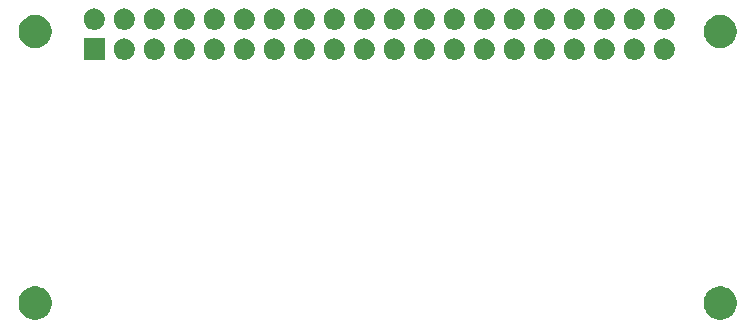
<source format=gbr>
G04 #@! TF.GenerationSoftware,KiCad,Pcbnew,(5.1.5)-3*
G04 #@! TF.CreationDate,2023-01-26T09:30:51+09:00*
G04 #@! TF.ProjectId,raspberrypi_zerow_uhat,72617370-6265-4727-9279-70695f7a6572,1.0*
G04 #@! TF.SameCoordinates,Original*
G04 #@! TF.FileFunction,Soldermask,Bot*
G04 #@! TF.FilePolarity,Negative*
%FSLAX46Y46*%
G04 Gerber Fmt 4.6, Leading zero omitted, Abs format (unit mm)*
G04 Created by KiCad (PCBNEW (5.1.5)-3) date 2023-01-26 09:30:51*
%MOMM*%
%LPD*%
G04 APERTURE LIST*
%ADD10C,0.100000*%
G04 APERTURE END LIST*
D10*
G36*
X179350433Y-116202893D02*
G01*
X179440657Y-116220839D01*
X179546267Y-116264585D01*
X179695621Y-116326449D01*
X179695622Y-116326450D01*
X179925086Y-116479772D01*
X180120228Y-116674914D01*
X180222675Y-116828237D01*
X180273551Y-116904379D01*
X180379161Y-117159344D01*
X180433000Y-117430012D01*
X180433000Y-117705988D01*
X180379161Y-117976656D01*
X180273551Y-118231621D01*
X180273550Y-118231622D01*
X180120228Y-118461086D01*
X179925086Y-118656228D01*
X179771763Y-118758675D01*
X179695621Y-118809551D01*
X179546267Y-118871415D01*
X179440657Y-118915161D01*
X179350433Y-118933107D01*
X179169988Y-118969000D01*
X178894012Y-118969000D01*
X178713567Y-118933107D01*
X178623343Y-118915161D01*
X178517733Y-118871415D01*
X178368379Y-118809551D01*
X178292237Y-118758675D01*
X178138914Y-118656228D01*
X177943772Y-118461086D01*
X177790450Y-118231622D01*
X177790449Y-118231621D01*
X177684839Y-117976656D01*
X177631000Y-117705988D01*
X177631000Y-117430012D01*
X177684839Y-117159344D01*
X177790449Y-116904379D01*
X177841325Y-116828237D01*
X177943772Y-116674914D01*
X178138914Y-116479772D01*
X178368378Y-116326450D01*
X178368379Y-116326449D01*
X178517733Y-116264585D01*
X178623343Y-116220839D01*
X178713567Y-116202893D01*
X178894012Y-116167000D01*
X179169988Y-116167000D01*
X179350433Y-116202893D01*
G37*
G36*
X121350433Y-116202893D02*
G01*
X121440657Y-116220839D01*
X121546267Y-116264585D01*
X121695621Y-116326449D01*
X121695622Y-116326450D01*
X121925086Y-116479772D01*
X122120228Y-116674914D01*
X122222675Y-116828237D01*
X122273551Y-116904379D01*
X122379161Y-117159344D01*
X122433000Y-117430012D01*
X122433000Y-117705988D01*
X122379161Y-117976656D01*
X122273551Y-118231621D01*
X122273550Y-118231622D01*
X122120228Y-118461086D01*
X121925086Y-118656228D01*
X121771763Y-118758675D01*
X121695621Y-118809551D01*
X121546267Y-118871415D01*
X121440657Y-118915161D01*
X121350433Y-118933107D01*
X121169988Y-118969000D01*
X120894012Y-118969000D01*
X120713567Y-118933107D01*
X120623343Y-118915161D01*
X120517733Y-118871415D01*
X120368379Y-118809551D01*
X120292237Y-118758675D01*
X120138914Y-118656228D01*
X119943772Y-118461086D01*
X119790450Y-118231622D01*
X119790449Y-118231621D01*
X119684839Y-117976656D01*
X119631000Y-117705988D01*
X119631000Y-117430012D01*
X119684839Y-117159344D01*
X119790449Y-116904379D01*
X119841325Y-116828237D01*
X119943772Y-116674914D01*
X120138914Y-116479772D01*
X120368378Y-116326450D01*
X120368379Y-116326449D01*
X120517733Y-116264585D01*
X120623343Y-116220839D01*
X120713567Y-116202893D01*
X120894012Y-116167000D01*
X121169988Y-116167000D01*
X121350433Y-116202893D01*
G37*
G36*
X174405512Y-95171927D02*
G01*
X174554812Y-95201624D01*
X174718784Y-95269544D01*
X174866354Y-95368147D01*
X174991853Y-95493646D01*
X175090456Y-95641216D01*
X175158376Y-95805188D01*
X175180250Y-95915161D01*
X175190960Y-95969000D01*
X175193000Y-95979259D01*
X175193000Y-96156741D01*
X175158376Y-96330812D01*
X175090456Y-96494784D01*
X174991853Y-96642354D01*
X174866354Y-96767853D01*
X174718784Y-96866456D01*
X174554812Y-96934376D01*
X174405512Y-96964073D01*
X174380742Y-96969000D01*
X174203258Y-96969000D01*
X174178488Y-96964073D01*
X174029188Y-96934376D01*
X173865216Y-96866456D01*
X173717646Y-96767853D01*
X173592147Y-96642354D01*
X173493544Y-96494784D01*
X173425624Y-96330812D01*
X173391000Y-96156741D01*
X173391000Y-95979259D01*
X173393041Y-95969000D01*
X173403750Y-95915161D01*
X173425624Y-95805188D01*
X173493544Y-95641216D01*
X173592147Y-95493646D01*
X173717646Y-95368147D01*
X173865216Y-95269544D01*
X174029188Y-95201624D01*
X174178488Y-95171927D01*
X174203258Y-95167000D01*
X174380742Y-95167000D01*
X174405512Y-95171927D01*
G37*
G36*
X126933000Y-96969000D02*
G01*
X125131000Y-96969000D01*
X125131000Y-95167000D01*
X126933000Y-95167000D01*
X126933000Y-96969000D01*
G37*
G36*
X128685512Y-95171927D02*
G01*
X128834812Y-95201624D01*
X128998784Y-95269544D01*
X129146354Y-95368147D01*
X129271853Y-95493646D01*
X129370456Y-95641216D01*
X129438376Y-95805188D01*
X129460250Y-95915161D01*
X129470960Y-95969000D01*
X129473000Y-95979259D01*
X129473000Y-96156741D01*
X129438376Y-96330812D01*
X129370456Y-96494784D01*
X129271853Y-96642354D01*
X129146354Y-96767853D01*
X128998784Y-96866456D01*
X128834812Y-96934376D01*
X128685512Y-96964073D01*
X128660742Y-96969000D01*
X128483258Y-96969000D01*
X128458488Y-96964073D01*
X128309188Y-96934376D01*
X128145216Y-96866456D01*
X127997646Y-96767853D01*
X127872147Y-96642354D01*
X127773544Y-96494784D01*
X127705624Y-96330812D01*
X127671000Y-96156741D01*
X127671000Y-95979259D01*
X127673041Y-95969000D01*
X127683750Y-95915161D01*
X127705624Y-95805188D01*
X127773544Y-95641216D01*
X127872147Y-95493646D01*
X127997646Y-95368147D01*
X128145216Y-95269544D01*
X128309188Y-95201624D01*
X128458488Y-95171927D01*
X128483258Y-95167000D01*
X128660742Y-95167000D01*
X128685512Y-95171927D01*
G37*
G36*
X131225512Y-95171927D02*
G01*
X131374812Y-95201624D01*
X131538784Y-95269544D01*
X131686354Y-95368147D01*
X131811853Y-95493646D01*
X131910456Y-95641216D01*
X131978376Y-95805188D01*
X132000250Y-95915161D01*
X132010960Y-95969000D01*
X132013000Y-95979259D01*
X132013000Y-96156741D01*
X131978376Y-96330812D01*
X131910456Y-96494784D01*
X131811853Y-96642354D01*
X131686354Y-96767853D01*
X131538784Y-96866456D01*
X131374812Y-96934376D01*
X131225512Y-96964073D01*
X131200742Y-96969000D01*
X131023258Y-96969000D01*
X130998488Y-96964073D01*
X130849188Y-96934376D01*
X130685216Y-96866456D01*
X130537646Y-96767853D01*
X130412147Y-96642354D01*
X130313544Y-96494784D01*
X130245624Y-96330812D01*
X130211000Y-96156741D01*
X130211000Y-95979259D01*
X130213041Y-95969000D01*
X130223750Y-95915161D01*
X130245624Y-95805188D01*
X130313544Y-95641216D01*
X130412147Y-95493646D01*
X130537646Y-95368147D01*
X130685216Y-95269544D01*
X130849188Y-95201624D01*
X130998488Y-95171927D01*
X131023258Y-95167000D01*
X131200742Y-95167000D01*
X131225512Y-95171927D01*
G37*
G36*
X133765512Y-95171927D02*
G01*
X133914812Y-95201624D01*
X134078784Y-95269544D01*
X134226354Y-95368147D01*
X134351853Y-95493646D01*
X134450456Y-95641216D01*
X134518376Y-95805188D01*
X134540250Y-95915161D01*
X134550960Y-95969000D01*
X134553000Y-95979259D01*
X134553000Y-96156741D01*
X134518376Y-96330812D01*
X134450456Y-96494784D01*
X134351853Y-96642354D01*
X134226354Y-96767853D01*
X134078784Y-96866456D01*
X133914812Y-96934376D01*
X133765512Y-96964073D01*
X133740742Y-96969000D01*
X133563258Y-96969000D01*
X133538488Y-96964073D01*
X133389188Y-96934376D01*
X133225216Y-96866456D01*
X133077646Y-96767853D01*
X132952147Y-96642354D01*
X132853544Y-96494784D01*
X132785624Y-96330812D01*
X132751000Y-96156741D01*
X132751000Y-95979259D01*
X132753041Y-95969000D01*
X132763750Y-95915161D01*
X132785624Y-95805188D01*
X132853544Y-95641216D01*
X132952147Y-95493646D01*
X133077646Y-95368147D01*
X133225216Y-95269544D01*
X133389188Y-95201624D01*
X133538488Y-95171927D01*
X133563258Y-95167000D01*
X133740742Y-95167000D01*
X133765512Y-95171927D01*
G37*
G36*
X136305512Y-95171927D02*
G01*
X136454812Y-95201624D01*
X136618784Y-95269544D01*
X136766354Y-95368147D01*
X136891853Y-95493646D01*
X136990456Y-95641216D01*
X137058376Y-95805188D01*
X137080250Y-95915161D01*
X137090960Y-95969000D01*
X137093000Y-95979259D01*
X137093000Y-96156741D01*
X137058376Y-96330812D01*
X136990456Y-96494784D01*
X136891853Y-96642354D01*
X136766354Y-96767853D01*
X136618784Y-96866456D01*
X136454812Y-96934376D01*
X136305512Y-96964073D01*
X136280742Y-96969000D01*
X136103258Y-96969000D01*
X136078488Y-96964073D01*
X135929188Y-96934376D01*
X135765216Y-96866456D01*
X135617646Y-96767853D01*
X135492147Y-96642354D01*
X135393544Y-96494784D01*
X135325624Y-96330812D01*
X135291000Y-96156741D01*
X135291000Y-95979259D01*
X135293041Y-95969000D01*
X135303750Y-95915161D01*
X135325624Y-95805188D01*
X135393544Y-95641216D01*
X135492147Y-95493646D01*
X135617646Y-95368147D01*
X135765216Y-95269544D01*
X135929188Y-95201624D01*
X136078488Y-95171927D01*
X136103258Y-95167000D01*
X136280742Y-95167000D01*
X136305512Y-95171927D01*
G37*
G36*
X138845512Y-95171927D02*
G01*
X138994812Y-95201624D01*
X139158784Y-95269544D01*
X139306354Y-95368147D01*
X139431853Y-95493646D01*
X139530456Y-95641216D01*
X139598376Y-95805188D01*
X139620250Y-95915161D01*
X139630960Y-95969000D01*
X139633000Y-95979259D01*
X139633000Y-96156741D01*
X139598376Y-96330812D01*
X139530456Y-96494784D01*
X139431853Y-96642354D01*
X139306354Y-96767853D01*
X139158784Y-96866456D01*
X138994812Y-96934376D01*
X138845512Y-96964073D01*
X138820742Y-96969000D01*
X138643258Y-96969000D01*
X138618488Y-96964073D01*
X138469188Y-96934376D01*
X138305216Y-96866456D01*
X138157646Y-96767853D01*
X138032147Y-96642354D01*
X137933544Y-96494784D01*
X137865624Y-96330812D01*
X137831000Y-96156741D01*
X137831000Y-95979259D01*
X137833041Y-95969000D01*
X137843750Y-95915161D01*
X137865624Y-95805188D01*
X137933544Y-95641216D01*
X138032147Y-95493646D01*
X138157646Y-95368147D01*
X138305216Y-95269544D01*
X138469188Y-95201624D01*
X138618488Y-95171927D01*
X138643258Y-95167000D01*
X138820742Y-95167000D01*
X138845512Y-95171927D01*
G37*
G36*
X141385512Y-95171927D02*
G01*
X141534812Y-95201624D01*
X141698784Y-95269544D01*
X141846354Y-95368147D01*
X141971853Y-95493646D01*
X142070456Y-95641216D01*
X142138376Y-95805188D01*
X142160250Y-95915161D01*
X142170960Y-95969000D01*
X142173000Y-95979259D01*
X142173000Y-96156741D01*
X142138376Y-96330812D01*
X142070456Y-96494784D01*
X141971853Y-96642354D01*
X141846354Y-96767853D01*
X141698784Y-96866456D01*
X141534812Y-96934376D01*
X141385512Y-96964073D01*
X141360742Y-96969000D01*
X141183258Y-96969000D01*
X141158488Y-96964073D01*
X141009188Y-96934376D01*
X140845216Y-96866456D01*
X140697646Y-96767853D01*
X140572147Y-96642354D01*
X140473544Y-96494784D01*
X140405624Y-96330812D01*
X140371000Y-96156741D01*
X140371000Y-95979259D01*
X140373041Y-95969000D01*
X140383750Y-95915161D01*
X140405624Y-95805188D01*
X140473544Y-95641216D01*
X140572147Y-95493646D01*
X140697646Y-95368147D01*
X140845216Y-95269544D01*
X141009188Y-95201624D01*
X141158488Y-95171927D01*
X141183258Y-95167000D01*
X141360742Y-95167000D01*
X141385512Y-95171927D01*
G37*
G36*
X143925512Y-95171927D02*
G01*
X144074812Y-95201624D01*
X144238784Y-95269544D01*
X144386354Y-95368147D01*
X144511853Y-95493646D01*
X144610456Y-95641216D01*
X144678376Y-95805188D01*
X144700250Y-95915161D01*
X144710960Y-95969000D01*
X144713000Y-95979259D01*
X144713000Y-96156741D01*
X144678376Y-96330812D01*
X144610456Y-96494784D01*
X144511853Y-96642354D01*
X144386354Y-96767853D01*
X144238784Y-96866456D01*
X144074812Y-96934376D01*
X143925512Y-96964073D01*
X143900742Y-96969000D01*
X143723258Y-96969000D01*
X143698488Y-96964073D01*
X143549188Y-96934376D01*
X143385216Y-96866456D01*
X143237646Y-96767853D01*
X143112147Y-96642354D01*
X143013544Y-96494784D01*
X142945624Y-96330812D01*
X142911000Y-96156741D01*
X142911000Y-95979259D01*
X142913041Y-95969000D01*
X142923750Y-95915161D01*
X142945624Y-95805188D01*
X143013544Y-95641216D01*
X143112147Y-95493646D01*
X143237646Y-95368147D01*
X143385216Y-95269544D01*
X143549188Y-95201624D01*
X143698488Y-95171927D01*
X143723258Y-95167000D01*
X143900742Y-95167000D01*
X143925512Y-95171927D01*
G37*
G36*
X146465512Y-95171927D02*
G01*
X146614812Y-95201624D01*
X146778784Y-95269544D01*
X146926354Y-95368147D01*
X147051853Y-95493646D01*
X147150456Y-95641216D01*
X147218376Y-95805188D01*
X147240250Y-95915161D01*
X147250960Y-95969000D01*
X147253000Y-95979259D01*
X147253000Y-96156741D01*
X147218376Y-96330812D01*
X147150456Y-96494784D01*
X147051853Y-96642354D01*
X146926354Y-96767853D01*
X146778784Y-96866456D01*
X146614812Y-96934376D01*
X146465512Y-96964073D01*
X146440742Y-96969000D01*
X146263258Y-96969000D01*
X146238488Y-96964073D01*
X146089188Y-96934376D01*
X145925216Y-96866456D01*
X145777646Y-96767853D01*
X145652147Y-96642354D01*
X145553544Y-96494784D01*
X145485624Y-96330812D01*
X145451000Y-96156741D01*
X145451000Y-95979259D01*
X145453041Y-95969000D01*
X145463750Y-95915161D01*
X145485624Y-95805188D01*
X145553544Y-95641216D01*
X145652147Y-95493646D01*
X145777646Y-95368147D01*
X145925216Y-95269544D01*
X146089188Y-95201624D01*
X146238488Y-95171927D01*
X146263258Y-95167000D01*
X146440742Y-95167000D01*
X146465512Y-95171927D01*
G37*
G36*
X149005512Y-95171927D02*
G01*
X149154812Y-95201624D01*
X149318784Y-95269544D01*
X149466354Y-95368147D01*
X149591853Y-95493646D01*
X149690456Y-95641216D01*
X149758376Y-95805188D01*
X149780250Y-95915161D01*
X149790960Y-95969000D01*
X149793000Y-95979259D01*
X149793000Y-96156741D01*
X149758376Y-96330812D01*
X149690456Y-96494784D01*
X149591853Y-96642354D01*
X149466354Y-96767853D01*
X149318784Y-96866456D01*
X149154812Y-96934376D01*
X149005512Y-96964073D01*
X148980742Y-96969000D01*
X148803258Y-96969000D01*
X148778488Y-96964073D01*
X148629188Y-96934376D01*
X148465216Y-96866456D01*
X148317646Y-96767853D01*
X148192147Y-96642354D01*
X148093544Y-96494784D01*
X148025624Y-96330812D01*
X147991000Y-96156741D01*
X147991000Y-95979259D01*
X147993041Y-95969000D01*
X148003750Y-95915161D01*
X148025624Y-95805188D01*
X148093544Y-95641216D01*
X148192147Y-95493646D01*
X148317646Y-95368147D01*
X148465216Y-95269544D01*
X148629188Y-95201624D01*
X148778488Y-95171927D01*
X148803258Y-95167000D01*
X148980742Y-95167000D01*
X149005512Y-95171927D01*
G37*
G36*
X151545512Y-95171927D02*
G01*
X151694812Y-95201624D01*
X151858784Y-95269544D01*
X152006354Y-95368147D01*
X152131853Y-95493646D01*
X152230456Y-95641216D01*
X152298376Y-95805188D01*
X152320250Y-95915161D01*
X152330960Y-95969000D01*
X152333000Y-95979259D01*
X152333000Y-96156741D01*
X152298376Y-96330812D01*
X152230456Y-96494784D01*
X152131853Y-96642354D01*
X152006354Y-96767853D01*
X151858784Y-96866456D01*
X151694812Y-96934376D01*
X151545512Y-96964073D01*
X151520742Y-96969000D01*
X151343258Y-96969000D01*
X151318488Y-96964073D01*
X151169188Y-96934376D01*
X151005216Y-96866456D01*
X150857646Y-96767853D01*
X150732147Y-96642354D01*
X150633544Y-96494784D01*
X150565624Y-96330812D01*
X150531000Y-96156741D01*
X150531000Y-95979259D01*
X150533041Y-95969000D01*
X150543750Y-95915161D01*
X150565624Y-95805188D01*
X150633544Y-95641216D01*
X150732147Y-95493646D01*
X150857646Y-95368147D01*
X151005216Y-95269544D01*
X151169188Y-95201624D01*
X151318488Y-95171927D01*
X151343258Y-95167000D01*
X151520742Y-95167000D01*
X151545512Y-95171927D01*
G37*
G36*
X154085512Y-95171927D02*
G01*
X154234812Y-95201624D01*
X154398784Y-95269544D01*
X154546354Y-95368147D01*
X154671853Y-95493646D01*
X154770456Y-95641216D01*
X154838376Y-95805188D01*
X154860250Y-95915161D01*
X154870960Y-95969000D01*
X154873000Y-95979259D01*
X154873000Y-96156741D01*
X154838376Y-96330812D01*
X154770456Y-96494784D01*
X154671853Y-96642354D01*
X154546354Y-96767853D01*
X154398784Y-96866456D01*
X154234812Y-96934376D01*
X154085512Y-96964073D01*
X154060742Y-96969000D01*
X153883258Y-96969000D01*
X153858488Y-96964073D01*
X153709188Y-96934376D01*
X153545216Y-96866456D01*
X153397646Y-96767853D01*
X153272147Y-96642354D01*
X153173544Y-96494784D01*
X153105624Y-96330812D01*
X153071000Y-96156741D01*
X153071000Y-95979259D01*
X153073041Y-95969000D01*
X153083750Y-95915161D01*
X153105624Y-95805188D01*
X153173544Y-95641216D01*
X153272147Y-95493646D01*
X153397646Y-95368147D01*
X153545216Y-95269544D01*
X153709188Y-95201624D01*
X153858488Y-95171927D01*
X153883258Y-95167000D01*
X154060742Y-95167000D01*
X154085512Y-95171927D01*
G37*
G36*
X156625512Y-95171927D02*
G01*
X156774812Y-95201624D01*
X156938784Y-95269544D01*
X157086354Y-95368147D01*
X157211853Y-95493646D01*
X157310456Y-95641216D01*
X157378376Y-95805188D01*
X157400250Y-95915161D01*
X157410960Y-95969000D01*
X157413000Y-95979259D01*
X157413000Y-96156741D01*
X157378376Y-96330812D01*
X157310456Y-96494784D01*
X157211853Y-96642354D01*
X157086354Y-96767853D01*
X156938784Y-96866456D01*
X156774812Y-96934376D01*
X156625512Y-96964073D01*
X156600742Y-96969000D01*
X156423258Y-96969000D01*
X156398488Y-96964073D01*
X156249188Y-96934376D01*
X156085216Y-96866456D01*
X155937646Y-96767853D01*
X155812147Y-96642354D01*
X155713544Y-96494784D01*
X155645624Y-96330812D01*
X155611000Y-96156741D01*
X155611000Y-95979259D01*
X155613041Y-95969000D01*
X155623750Y-95915161D01*
X155645624Y-95805188D01*
X155713544Y-95641216D01*
X155812147Y-95493646D01*
X155937646Y-95368147D01*
X156085216Y-95269544D01*
X156249188Y-95201624D01*
X156398488Y-95171927D01*
X156423258Y-95167000D01*
X156600742Y-95167000D01*
X156625512Y-95171927D01*
G37*
G36*
X159165512Y-95171927D02*
G01*
X159314812Y-95201624D01*
X159478784Y-95269544D01*
X159626354Y-95368147D01*
X159751853Y-95493646D01*
X159850456Y-95641216D01*
X159918376Y-95805188D01*
X159940250Y-95915161D01*
X159950960Y-95969000D01*
X159953000Y-95979259D01*
X159953000Y-96156741D01*
X159918376Y-96330812D01*
X159850456Y-96494784D01*
X159751853Y-96642354D01*
X159626354Y-96767853D01*
X159478784Y-96866456D01*
X159314812Y-96934376D01*
X159165512Y-96964073D01*
X159140742Y-96969000D01*
X158963258Y-96969000D01*
X158938488Y-96964073D01*
X158789188Y-96934376D01*
X158625216Y-96866456D01*
X158477646Y-96767853D01*
X158352147Y-96642354D01*
X158253544Y-96494784D01*
X158185624Y-96330812D01*
X158151000Y-96156741D01*
X158151000Y-95979259D01*
X158153041Y-95969000D01*
X158163750Y-95915161D01*
X158185624Y-95805188D01*
X158253544Y-95641216D01*
X158352147Y-95493646D01*
X158477646Y-95368147D01*
X158625216Y-95269544D01*
X158789188Y-95201624D01*
X158938488Y-95171927D01*
X158963258Y-95167000D01*
X159140742Y-95167000D01*
X159165512Y-95171927D01*
G37*
G36*
X161705512Y-95171927D02*
G01*
X161854812Y-95201624D01*
X162018784Y-95269544D01*
X162166354Y-95368147D01*
X162291853Y-95493646D01*
X162390456Y-95641216D01*
X162458376Y-95805188D01*
X162480250Y-95915161D01*
X162490960Y-95969000D01*
X162493000Y-95979259D01*
X162493000Y-96156741D01*
X162458376Y-96330812D01*
X162390456Y-96494784D01*
X162291853Y-96642354D01*
X162166354Y-96767853D01*
X162018784Y-96866456D01*
X161854812Y-96934376D01*
X161705512Y-96964073D01*
X161680742Y-96969000D01*
X161503258Y-96969000D01*
X161478488Y-96964073D01*
X161329188Y-96934376D01*
X161165216Y-96866456D01*
X161017646Y-96767853D01*
X160892147Y-96642354D01*
X160793544Y-96494784D01*
X160725624Y-96330812D01*
X160691000Y-96156741D01*
X160691000Y-95979259D01*
X160693041Y-95969000D01*
X160703750Y-95915161D01*
X160725624Y-95805188D01*
X160793544Y-95641216D01*
X160892147Y-95493646D01*
X161017646Y-95368147D01*
X161165216Y-95269544D01*
X161329188Y-95201624D01*
X161478488Y-95171927D01*
X161503258Y-95167000D01*
X161680742Y-95167000D01*
X161705512Y-95171927D01*
G37*
G36*
X164245512Y-95171927D02*
G01*
X164394812Y-95201624D01*
X164558784Y-95269544D01*
X164706354Y-95368147D01*
X164831853Y-95493646D01*
X164930456Y-95641216D01*
X164998376Y-95805188D01*
X165020250Y-95915161D01*
X165030960Y-95969000D01*
X165033000Y-95979259D01*
X165033000Y-96156741D01*
X164998376Y-96330812D01*
X164930456Y-96494784D01*
X164831853Y-96642354D01*
X164706354Y-96767853D01*
X164558784Y-96866456D01*
X164394812Y-96934376D01*
X164245512Y-96964073D01*
X164220742Y-96969000D01*
X164043258Y-96969000D01*
X164018488Y-96964073D01*
X163869188Y-96934376D01*
X163705216Y-96866456D01*
X163557646Y-96767853D01*
X163432147Y-96642354D01*
X163333544Y-96494784D01*
X163265624Y-96330812D01*
X163231000Y-96156741D01*
X163231000Y-95979259D01*
X163233041Y-95969000D01*
X163243750Y-95915161D01*
X163265624Y-95805188D01*
X163333544Y-95641216D01*
X163432147Y-95493646D01*
X163557646Y-95368147D01*
X163705216Y-95269544D01*
X163869188Y-95201624D01*
X164018488Y-95171927D01*
X164043258Y-95167000D01*
X164220742Y-95167000D01*
X164245512Y-95171927D01*
G37*
G36*
X166785512Y-95171927D02*
G01*
X166934812Y-95201624D01*
X167098784Y-95269544D01*
X167246354Y-95368147D01*
X167371853Y-95493646D01*
X167470456Y-95641216D01*
X167538376Y-95805188D01*
X167560250Y-95915161D01*
X167570960Y-95969000D01*
X167573000Y-95979259D01*
X167573000Y-96156741D01*
X167538376Y-96330812D01*
X167470456Y-96494784D01*
X167371853Y-96642354D01*
X167246354Y-96767853D01*
X167098784Y-96866456D01*
X166934812Y-96934376D01*
X166785512Y-96964073D01*
X166760742Y-96969000D01*
X166583258Y-96969000D01*
X166558488Y-96964073D01*
X166409188Y-96934376D01*
X166245216Y-96866456D01*
X166097646Y-96767853D01*
X165972147Y-96642354D01*
X165873544Y-96494784D01*
X165805624Y-96330812D01*
X165771000Y-96156741D01*
X165771000Y-95979259D01*
X165773041Y-95969000D01*
X165783750Y-95915161D01*
X165805624Y-95805188D01*
X165873544Y-95641216D01*
X165972147Y-95493646D01*
X166097646Y-95368147D01*
X166245216Y-95269544D01*
X166409188Y-95201624D01*
X166558488Y-95171927D01*
X166583258Y-95167000D01*
X166760742Y-95167000D01*
X166785512Y-95171927D01*
G37*
G36*
X169325512Y-95171927D02*
G01*
X169474812Y-95201624D01*
X169638784Y-95269544D01*
X169786354Y-95368147D01*
X169911853Y-95493646D01*
X170010456Y-95641216D01*
X170078376Y-95805188D01*
X170100250Y-95915161D01*
X170110960Y-95969000D01*
X170113000Y-95979259D01*
X170113000Y-96156741D01*
X170078376Y-96330812D01*
X170010456Y-96494784D01*
X169911853Y-96642354D01*
X169786354Y-96767853D01*
X169638784Y-96866456D01*
X169474812Y-96934376D01*
X169325512Y-96964073D01*
X169300742Y-96969000D01*
X169123258Y-96969000D01*
X169098488Y-96964073D01*
X168949188Y-96934376D01*
X168785216Y-96866456D01*
X168637646Y-96767853D01*
X168512147Y-96642354D01*
X168413544Y-96494784D01*
X168345624Y-96330812D01*
X168311000Y-96156741D01*
X168311000Y-95979259D01*
X168313041Y-95969000D01*
X168323750Y-95915161D01*
X168345624Y-95805188D01*
X168413544Y-95641216D01*
X168512147Y-95493646D01*
X168637646Y-95368147D01*
X168785216Y-95269544D01*
X168949188Y-95201624D01*
X169098488Y-95171927D01*
X169123258Y-95167000D01*
X169300742Y-95167000D01*
X169325512Y-95171927D01*
G37*
G36*
X171865512Y-95171927D02*
G01*
X172014812Y-95201624D01*
X172178784Y-95269544D01*
X172326354Y-95368147D01*
X172451853Y-95493646D01*
X172550456Y-95641216D01*
X172618376Y-95805188D01*
X172640250Y-95915161D01*
X172650960Y-95969000D01*
X172653000Y-95979259D01*
X172653000Y-96156741D01*
X172618376Y-96330812D01*
X172550456Y-96494784D01*
X172451853Y-96642354D01*
X172326354Y-96767853D01*
X172178784Y-96866456D01*
X172014812Y-96934376D01*
X171865512Y-96964073D01*
X171840742Y-96969000D01*
X171663258Y-96969000D01*
X171638488Y-96964073D01*
X171489188Y-96934376D01*
X171325216Y-96866456D01*
X171177646Y-96767853D01*
X171052147Y-96642354D01*
X170953544Y-96494784D01*
X170885624Y-96330812D01*
X170851000Y-96156741D01*
X170851000Y-95979259D01*
X170853041Y-95969000D01*
X170863750Y-95915161D01*
X170885624Y-95805188D01*
X170953544Y-95641216D01*
X171052147Y-95493646D01*
X171177646Y-95368147D01*
X171325216Y-95269544D01*
X171489188Y-95201624D01*
X171638488Y-95171927D01*
X171663258Y-95167000D01*
X171840742Y-95167000D01*
X171865512Y-95171927D01*
G37*
G36*
X179350433Y-93202893D02*
G01*
X179440657Y-93220839D01*
X179546267Y-93264585D01*
X179695621Y-93326449D01*
X179695622Y-93326450D01*
X179925086Y-93479772D01*
X180120228Y-93674914D01*
X180197667Y-93790811D01*
X180273551Y-93904379D01*
X180379161Y-94159344D01*
X180433000Y-94430012D01*
X180433000Y-94705988D01*
X180379161Y-94976656D01*
X180273551Y-95231621D01*
X180222675Y-95307763D01*
X180120228Y-95461086D01*
X179925086Y-95656228D01*
X179771763Y-95758675D01*
X179695621Y-95809551D01*
X179546267Y-95871415D01*
X179440657Y-95915161D01*
X179350433Y-95933107D01*
X179169988Y-95969000D01*
X178894012Y-95969000D01*
X178713567Y-95933107D01*
X178623343Y-95915161D01*
X178517733Y-95871415D01*
X178368379Y-95809551D01*
X178292237Y-95758675D01*
X178138914Y-95656228D01*
X177943772Y-95461086D01*
X177841325Y-95307763D01*
X177790449Y-95231621D01*
X177684839Y-94976656D01*
X177631000Y-94705988D01*
X177631000Y-94430012D01*
X177684839Y-94159344D01*
X177790449Y-93904379D01*
X177866333Y-93790811D01*
X177943772Y-93674914D01*
X178138914Y-93479772D01*
X178368378Y-93326450D01*
X178368379Y-93326449D01*
X178517733Y-93264585D01*
X178623343Y-93220839D01*
X178713567Y-93202893D01*
X178894012Y-93167000D01*
X179169988Y-93167000D01*
X179350433Y-93202893D01*
G37*
G36*
X121350433Y-93202893D02*
G01*
X121440657Y-93220839D01*
X121546267Y-93264585D01*
X121695621Y-93326449D01*
X121695622Y-93326450D01*
X121925086Y-93479772D01*
X122120228Y-93674914D01*
X122197667Y-93790811D01*
X122273551Y-93904379D01*
X122379161Y-94159344D01*
X122433000Y-94430012D01*
X122433000Y-94705988D01*
X122379161Y-94976656D01*
X122273551Y-95231621D01*
X122222675Y-95307763D01*
X122120228Y-95461086D01*
X121925086Y-95656228D01*
X121771763Y-95758675D01*
X121695621Y-95809551D01*
X121546267Y-95871415D01*
X121440657Y-95915161D01*
X121350433Y-95933107D01*
X121169988Y-95969000D01*
X120894012Y-95969000D01*
X120713567Y-95933107D01*
X120623343Y-95915161D01*
X120517733Y-95871415D01*
X120368379Y-95809551D01*
X120292237Y-95758675D01*
X120138914Y-95656228D01*
X119943772Y-95461086D01*
X119841325Y-95307763D01*
X119790449Y-95231621D01*
X119684839Y-94976656D01*
X119631000Y-94705988D01*
X119631000Y-94430012D01*
X119684839Y-94159344D01*
X119790449Y-93904379D01*
X119866333Y-93790811D01*
X119943772Y-93674914D01*
X120138914Y-93479772D01*
X120368378Y-93326450D01*
X120368379Y-93326449D01*
X120517733Y-93264585D01*
X120623343Y-93220839D01*
X120713567Y-93202893D01*
X120894012Y-93167000D01*
X121169988Y-93167000D01*
X121350433Y-93202893D01*
G37*
G36*
X154085512Y-92631927D02*
G01*
X154234812Y-92661624D01*
X154398784Y-92729544D01*
X154546354Y-92828147D01*
X154671853Y-92953646D01*
X154770456Y-93101216D01*
X154838376Y-93265188D01*
X154873000Y-93439259D01*
X154873000Y-93616741D01*
X154838376Y-93790812D01*
X154770456Y-93954784D01*
X154671853Y-94102354D01*
X154546354Y-94227853D01*
X154398784Y-94326456D01*
X154234812Y-94394376D01*
X154085512Y-94424073D01*
X154060742Y-94429000D01*
X153883258Y-94429000D01*
X153858488Y-94424073D01*
X153709188Y-94394376D01*
X153545216Y-94326456D01*
X153397646Y-94227853D01*
X153272147Y-94102354D01*
X153173544Y-93954784D01*
X153105624Y-93790812D01*
X153071000Y-93616741D01*
X153071000Y-93439259D01*
X153105624Y-93265188D01*
X153173544Y-93101216D01*
X153272147Y-92953646D01*
X153397646Y-92828147D01*
X153545216Y-92729544D01*
X153709188Y-92661624D01*
X153858488Y-92631927D01*
X153883258Y-92627000D01*
X154060742Y-92627000D01*
X154085512Y-92631927D01*
G37*
G36*
X174405512Y-92631927D02*
G01*
X174554812Y-92661624D01*
X174718784Y-92729544D01*
X174866354Y-92828147D01*
X174991853Y-92953646D01*
X175090456Y-93101216D01*
X175158376Y-93265188D01*
X175193000Y-93439259D01*
X175193000Y-93616741D01*
X175158376Y-93790812D01*
X175090456Y-93954784D01*
X174991853Y-94102354D01*
X174866354Y-94227853D01*
X174718784Y-94326456D01*
X174554812Y-94394376D01*
X174405512Y-94424073D01*
X174380742Y-94429000D01*
X174203258Y-94429000D01*
X174178488Y-94424073D01*
X174029188Y-94394376D01*
X173865216Y-94326456D01*
X173717646Y-94227853D01*
X173592147Y-94102354D01*
X173493544Y-93954784D01*
X173425624Y-93790812D01*
X173391000Y-93616741D01*
X173391000Y-93439259D01*
X173425624Y-93265188D01*
X173493544Y-93101216D01*
X173592147Y-92953646D01*
X173717646Y-92828147D01*
X173865216Y-92729544D01*
X174029188Y-92661624D01*
X174178488Y-92631927D01*
X174203258Y-92627000D01*
X174380742Y-92627000D01*
X174405512Y-92631927D01*
G37*
G36*
X171865512Y-92631927D02*
G01*
X172014812Y-92661624D01*
X172178784Y-92729544D01*
X172326354Y-92828147D01*
X172451853Y-92953646D01*
X172550456Y-93101216D01*
X172618376Y-93265188D01*
X172653000Y-93439259D01*
X172653000Y-93616741D01*
X172618376Y-93790812D01*
X172550456Y-93954784D01*
X172451853Y-94102354D01*
X172326354Y-94227853D01*
X172178784Y-94326456D01*
X172014812Y-94394376D01*
X171865512Y-94424073D01*
X171840742Y-94429000D01*
X171663258Y-94429000D01*
X171638488Y-94424073D01*
X171489188Y-94394376D01*
X171325216Y-94326456D01*
X171177646Y-94227853D01*
X171052147Y-94102354D01*
X170953544Y-93954784D01*
X170885624Y-93790812D01*
X170851000Y-93616741D01*
X170851000Y-93439259D01*
X170885624Y-93265188D01*
X170953544Y-93101216D01*
X171052147Y-92953646D01*
X171177646Y-92828147D01*
X171325216Y-92729544D01*
X171489188Y-92661624D01*
X171638488Y-92631927D01*
X171663258Y-92627000D01*
X171840742Y-92627000D01*
X171865512Y-92631927D01*
G37*
G36*
X169325512Y-92631927D02*
G01*
X169474812Y-92661624D01*
X169638784Y-92729544D01*
X169786354Y-92828147D01*
X169911853Y-92953646D01*
X170010456Y-93101216D01*
X170078376Y-93265188D01*
X170113000Y-93439259D01*
X170113000Y-93616741D01*
X170078376Y-93790812D01*
X170010456Y-93954784D01*
X169911853Y-94102354D01*
X169786354Y-94227853D01*
X169638784Y-94326456D01*
X169474812Y-94394376D01*
X169325512Y-94424073D01*
X169300742Y-94429000D01*
X169123258Y-94429000D01*
X169098488Y-94424073D01*
X168949188Y-94394376D01*
X168785216Y-94326456D01*
X168637646Y-94227853D01*
X168512147Y-94102354D01*
X168413544Y-93954784D01*
X168345624Y-93790812D01*
X168311000Y-93616741D01*
X168311000Y-93439259D01*
X168345624Y-93265188D01*
X168413544Y-93101216D01*
X168512147Y-92953646D01*
X168637646Y-92828147D01*
X168785216Y-92729544D01*
X168949188Y-92661624D01*
X169098488Y-92631927D01*
X169123258Y-92627000D01*
X169300742Y-92627000D01*
X169325512Y-92631927D01*
G37*
G36*
X166785512Y-92631927D02*
G01*
X166934812Y-92661624D01*
X167098784Y-92729544D01*
X167246354Y-92828147D01*
X167371853Y-92953646D01*
X167470456Y-93101216D01*
X167538376Y-93265188D01*
X167573000Y-93439259D01*
X167573000Y-93616741D01*
X167538376Y-93790812D01*
X167470456Y-93954784D01*
X167371853Y-94102354D01*
X167246354Y-94227853D01*
X167098784Y-94326456D01*
X166934812Y-94394376D01*
X166785512Y-94424073D01*
X166760742Y-94429000D01*
X166583258Y-94429000D01*
X166558488Y-94424073D01*
X166409188Y-94394376D01*
X166245216Y-94326456D01*
X166097646Y-94227853D01*
X165972147Y-94102354D01*
X165873544Y-93954784D01*
X165805624Y-93790812D01*
X165771000Y-93616741D01*
X165771000Y-93439259D01*
X165805624Y-93265188D01*
X165873544Y-93101216D01*
X165972147Y-92953646D01*
X166097646Y-92828147D01*
X166245216Y-92729544D01*
X166409188Y-92661624D01*
X166558488Y-92631927D01*
X166583258Y-92627000D01*
X166760742Y-92627000D01*
X166785512Y-92631927D01*
G37*
G36*
X164245512Y-92631927D02*
G01*
X164394812Y-92661624D01*
X164558784Y-92729544D01*
X164706354Y-92828147D01*
X164831853Y-92953646D01*
X164930456Y-93101216D01*
X164998376Y-93265188D01*
X165033000Y-93439259D01*
X165033000Y-93616741D01*
X164998376Y-93790812D01*
X164930456Y-93954784D01*
X164831853Y-94102354D01*
X164706354Y-94227853D01*
X164558784Y-94326456D01*
X164394812Y-94394376D01*
X164245512Y-94424073D01*
X164220742Y-94429000D01*
X164043258Y-94429000D01*
X164018488Y-94424073D01*
X163869188Y-94394376D01*
X163705216Y-94326456D01*
X163557646Y-94227853D01*
X163432147Y-94102354D01*
X163333544Y-93954784D01*
X163265624Y-93790812D01*
X163231000Y-93616741D01*
X163231000Y-93439259D01*
X163265624Y-93265188D01*
X163333544Y-93101216D01*
X163432147Y-92953646D01*
X163557646Y-92828147D01*
X163705216Y-92729544D01*
X163869188Y-92661624D01*
X164018488Y-92631927D01*
X164043258Y-92627000D01*
X164220742Y-92627000D01*
X164245512Y-92631927D01*
G37*
G36*
X161705512Y-92631927D02*
G01*
X161854812Y-92661624D01*
X162018784Y-92729544D01*
X162166354Y-92828147D01*
X162291853Y-92953646D01*
X162390456Y-93101216D01*
X162458376Y-93265188D01*
X162493000Y-93439259D01*
X162493000Y-93616741D01*
X162458376Y-93790812D01*
X162390456Y-93954784D01*
X162291853Y-94102354D01*
X162166354Y-94227853D01*
X162018784Y-94326456D01*
X161854812Y-94394376D01*
X161705512Y-94424073D01*
X161680742Y-94429000D01*
X161503258Y-94429000D01*
X161478488Y-94424073D01*
X161329188Y-94394376D01*
X161165216Y-94326456D01*
X161017646Y-94227853D01*
X160892147Y-94102354D01*
X160793544Y-93954784D01*
X160725624Y-93790812D01*
X160691000Y-93616741D01*
X160691000Y-93439259D01*
X160725624Y-93265188D01*
X160793544Y-93101216D01*
X160892147Y-92953646D01*
X161017646Y-92828147D01*
X161165216Y-92729544D01*
X161329188Y-92661624D01*
X161478488Y-92631927D01*
X161503258Y-92627000D01*
X161680742Y-92627000D01*
X161705512Y-92631927D01*
G37*
G36*
X126145512Y-92631927D02*
G01*
X126294812Y-92661624D01*
X126458784Y-92729544D01*
X126606354Y-92828147D01*
X126731853Y-92953646D01*
X126830456Y-93101216D01*
X126898376Y-93265188D01*
X126933000Y-93439259D01*
X126933000Y-93616741D01*
X126898376Y-93790812D01*
X126830456Y-93954784D01*
X126731853Y-94102354D01*
X126606354Y-94227853D01*
X126458784Y-94326456D01*
X126294812Y-94394376D01*
X126145512Y-94424073D01*
X126120742Y-94429000D01*
X125943258Y-94429000D01*
X125918488Y-94424073D01*
X125769188Y-94394376D01*
X125605216Y-94326456D01*
X125457646Y-94227853D01*
X125332147Y-94102354D01*
X125233544Y-93954784D01*
X125165624Y-93790812D01*
X125131000Y-93616741D01*
X125131000Y-93439259D01*
X125165624Y-93265188D01*
X125233544Y-93101216D01*
X125332147Y-92953646D01*
X125457646Y-92828147D01*
X125605216Y-92729544D01*
X125769188Y-92661624D01*
X125918488Y-92631927D01*
X125943258Y-92627000D01*
X126120742Y-92627000D01*
X126145512Y-92631927D01*
G37*
G36*
X159165512Y-92631927D02*
G01*
X159314812Y-92661624D01*
X159478784Y-92729544D01*
X159626354Y-92828147D01*
X159751853Y-92953646D01*
X159850456Y-93101216D01*
X159918376Y-93265188D01*
X159953000Y-93439259D01*
X159953000Y-93616741D01*
X159918376Y-93790812D01*
X159850456Y-93954784D01*
X159751853Y-94102354D01*
X159626354Y-94227853D01*
X159478784Y-94326456D01*
X159314812Y-94394376D01*
X159165512Y-94424073D01*
X159140742Y-94429000D01*
X158963258Y-94429000D01*
X158938488Y-94424073D01*
X158789188Y-94394376D01*
X158625216Y-94326456D01*
X158477646Y-94227853D01*
X158352147Y-94102354D01*
X158253544Y-93954784D01*
X158185624Y-93790812D01*
X158151000Y-93616741D01*
X158151000Y-93439259D01*
X158185624Y-93265188D01*
X158253544Y-93101216D01*
X158352147Y-92953646D01*
X158477646Y-92828147D01*
X158625216Y-92729544D01*
X158789188Y-92661624D01*
X158938488Y-92631927D01*
X158963258Y-92627000D01*
X159140742Y-92627000D01*
X159165512Y-92631927D01*
G37*
G36*
X128685512Y-92631927D02*
G01*
X128834812Y-92661624D01*
X128998784Y-92729544D01*
X129146354Y-92828147D01*
X129271853Y-92953646D01*
X129370456Y-93101216D01*
X129438376Y-93265188D01*
X129473000Y-93439259D01*
X129473000Y-93616741D01*
X129438376Y-93790812D01*
X129370456Y-93954784D01*
X129271853Y-94102354D01*
X129146354Y-94227853D01*
X128998784Y-94326456D01*
X128834812Y-94394376D01*
X128685512Y-94424073D01*
X128660742Y-94429000D01*
X128483258Y-94429000D01*
X128458488Y-94424073D01*
X128309188Y-94394376D01*
X128145216Y-94326456D01*
X127997646Y-94227853D01*
X127872147Y-94102354D01*
X127773544Y-93954784D01*
X127705624Y-93790812D01*
X127671000Y-93616741D01*
X127671000Y-93439259D01*
X127705624Y-93265188D01*
X127773544Y-93101216D01*
X127872147Y-92953646D01*
X127997646Y-92828147D01*
X128145216Y-92729544D01*
X128309188Y-92661624D01*
X128458488Y-92631927D01*
X128483258Y-92627000D01*
X128660742Y-92627000D01*
X128685512Y-92631927D01*
G37*
G36*
X131225512Y-92631927D02*
G01*
X131374812Y-92661624D01*
X131538784Y-92729544D01*
X131686354Y-92828147D01*
X131811853Y-92953646D01*
X131910456Y-93101216D01*
X131978376Y-93265188D01*
X132013000Y-93439259D01*
X132013000Y-93616741D01*
X131978376Y-93790812D01*
X131910456Y-93954784D01*
X131811853Y-94102354D01*
X131686354Y-94227853D01*
X131538784Y-94326456D01*
X131374812Y-94394376D01*
X131225512Y-94424073D01*
X131200742Y-94429000D01*
X131023258Y-94429000D01*
X130998488Y-94424073D01*
X130849188Y-94394376D01*
X130685216Y-94326456D01*
X130537646Y-94227853D01*
X130412147Y-94102354D01*
X130313544Y-93954784D01*
X130245624Y-93790812D01*
X130211000Y-93616741D01*
X130211000Y-93439259D01*
X130245624Y-93265188D01*
X130313544Y-93101216D01*
X130412147Y-92953646D01*
X130537646Y-92828147D01*
X130685216Y-92729544D01*
X130849188Y-92661624D01*
X130998488Y-92631927D01*
X131023258Y-92627000D01*
X131200742Y-92627000D01*
X131225512Y-92631927D01*
G37*
G36*
X133765512Y-92631927D02*
G01*
X133914812Y-92661624D01*
X134078784Y-92729544D01*
X134226354Y-92828147D01*
X134351853Y-92953646D01*
X134450456Y-93101216D01*
X134518376Y-93265188D01*
X134553000Y-93439259D01*
X134553000Y-93616741D01*
X134518376Y-93790812D01*
X134450456Y-93954784D01*
X134351853Y-94102354D01*
X134226354Y-94227853D01*
X134078784Y-94326456D01*
X133914812Y-94394376D01*
X133765512Y-94424073D01*
X133740742Y-94429000D01*
X133563258Y-94429000D01*
X133538488Y-94424073D01*
X133389188Y-94394376D01*
X133225216Y-94326456D01*
X133077646Y-94227853D01*
X132952147Y-94102354D01*
X132853544Y-93954784D01*
X132785624Y-93790812D01*
X132751000Y-93616741D01*
X132751000Y-93439259D01*
X132785624Y-93265188D01*
X132853544Y-93101216D01*
X132952147Y-92953646D01*
X133077646Y-92828147D01*
X133225216Y-92729544D01*
X133389188Y-92661624D01*
X133538488Y-92631927D01*
X133563258Y-92627000D01*
X133740742Y-92627000D01*
X133765512Y-92631927D01*
G37*
G36*
X151545512Y-92631927D02*
G01*
X151694812Y-92661624D01*
X151858784Y-92729544D01*
X152006354Y-92828147D01*
X152131853Y-92953646D01*
X152230456Y-93101216D01*
X152298376Y-93265188D01*
X152333000Y-93439259D01*
X152333000Y-93616741D01*
X152298376Y-93790812D01*
X152230456Y-93954784D01*
X152131853Y-94102354D01*
X152006354Y-94227853D01*
X151858784Y-94326456D01*
X151694812Y-94394376D01*
X151545512Y-94424073D01*
X151520742Y-94429000D01*
X151343258Y-94429000D01*
X151318488Y-94424073D01*
X151169188Y-94394376D01*
X151005216Y-94326456D01*
X150857646Y-94227853D01*
X150732147Y-94102354D01*
X150633544Y-93954784D01*
X150565624Y-93790812D01*
X150531000Y-93616741D01*
X150531000Y-93439259D01*
X150565624Y-93265188D01*
X150633544Y-93101216D01*
X150732147Y-92953646D01*
X150857646Y-92828147D01*
X151005216Y-92729544D01*
X151169188Y-92661624D01*
X151318488Y-92631927D01*
X151343258Y-92627000D01*
X151520742Y-92627000D01*
X151545512Y-92631927D01*
G37*
G36*
X136305512Y-92631927D02*
G01*
X136454812Y-92661624D01*
X136618784Y-92729544D01*
X136766354Y-92828147D01*
X136891853Y-92953646D01*
X136990456Y-93101216D01*
X137058376Y-93265188D01*
X137093000Y-93439259D01*
X137093000Y-93616741D01*
X137058376Y-93790812D01*
X136990456Y-93954784D01*
X136891853Y-94102354D01*
X136766354Y-94227853D01*
X136618784Y-94326456D01*
X136454812Y-94394376D01*
X136305512Y-94424073D01*
X136280742Y-94429000D01*
X136103258Y-94429000D01*
X136078488Y-94424073D01*
X135929188Y-94394376D01*
X135765216Y-94326456D01*
X135617646Y-94227853D01*
X135492147Y-94102354D01*
X135393544Y-93954784D01*
X135325624Y-93790812D01*
X135291000Y-93616741D01*
X135291000Y-93439259D01*
X135325624Y-93265188D01*
X135393544Y-93101216D01*
X135492147Y-92953646D01*
X135617646Y-92828147D01*
X135765216Y-92729544D01*
X135929188Y-92661624D01*
X136078488Y-92631927D01*
X136103258Y-92627000D01*
X136280742Y-92627000D01*
X136305512Y-92631927D01*
G37*
G36*
X149005512Y-92631927D02*
G01*
X149154812Y-92661624D01*
X149318784Y-92729544D01*
X149466354Y-92828147D01*
X149591853Y-92953646D01*
X149690456Y-93101216D01*
X149758376Y-93265188D01*
X149793000Y-93439259D01*
X149793000Y-93616741D01*
X149758376Y-93790812D01*
X149690456Y-93954784D01*
X149591853Y-94102354D01*
X149466354Y-94227853D01*
X149318784Y-94326456D01*
X149154812Y-94394376D01*
X149005512Y-94424073D01*
X148980742Y-94429000D01*
X148803258Y-94429000D01*
X148778488Y-94424073D01*
X148629188Y-94394376D01*
X148465216Y-94326456D01*
X148317646Y-94227853D01*
X148192147Y-94102354D01*
X148093544Y-93954784D01*
X148025624Y-93790812D01*
X147991000Y-93616741D01*
X147991000Y-93439259D01*
X148025624Y-93265188D01*
X148093544Y-93101216D01*
X148192147Y-92953646D01*
X148317646Y-92828147D01*
X148465216Y-92729544D01*
X148629188Y-92661624D01*
X148778488Y-92631927D01*
X148803258Y-92627000D01*
X148980742Y-92627000D01*
X149005512Y-92631927D01*
G37*
G36*
X138845512Y-92631927D02*
G01*
X138994812Y-92661624D01*
X139158784Y-92729544D01*
X139306354Y-92828147D01*
X139431853Y-92953646D01*
X139530456Y-93101216D01*
X139598376Y-93265188D01*
X139633000Y-93439259D01*
X139633000Y-93616741D01*
X139598376Y-93790812D01*
X139530456Y-93954784D01*
X139431853Y-94102354D01*
X139306354Y-94227853D01*
X139158784Y-94326456D01*
X138994812Y-94394376D01*
X138845512Y-94424073D01*
X138820742Y-94429000D01*
X138643258Y-94429000D01*
X138618488Y-94424073D01*
X138469188Y-94394376D01*
X138305216Y-94326456D01*
X138157646Y-94227853D01*
X138032147Y-94102354D01*
X137933544Y-93954784D01*
X137865624Y-93790812D01*
X137831000Y-93616741D01*
X137831000Y-93439259D01*
X137865624Y-93265188D01*
X137933544Y-93101216D01*
X138032147Y-92953646D01*
X138157646Y-92828147D01*
X138305216Y-92729544D01*
X138469188Y-92661624D01*
X138618488Y-92631927D01*
X138643258Y-92627000D01*
X138820742Y-92627000D01*
X138845512Y-92631927D01*
G37*
G36*
X146465512Y-92631927D02*
G01*
X146614812Y-92661624D01*
X146778784Y-92729544D01*
X146926354Y-92828147D01*
X147051853Y-92953646D01*
X147150456Y-93101216D01*
X147218376Y-93265188D01*
X147253000Y-93439259D01*
X147253000Y-93616741D01*
X147218376Y-93790812D01*
X147150456Y-93954784D01*
X147051853Y-94102354D01*
X146926354Y-94227853D01*
X146778784Y-94326456D01*
X146614812Y-94394376D01*
X146465512Y-94424073D01*
X146440742Y-94429000D01*
X146263258Y-94429000D01*
X146238488Y-94424073D01*
X146089188Y-94394376D01*
X145925216Y-94326456D01*
X145777646Y-94227853D01*
X145652147Y-94102354D01*
X145553544Y-93954784D01*
X145485624Y-93790812D01*
X145451000Y-93616741D01*
X145451000Y-93439259D01*
X145485624Y-93265188D01*
X145553544Y-93101216D01*
X145652147Y-92953646D01*
X145777646Y-92828147D01*
X145925216Y-92729544D01*
X146089188Y-92661624D01*
X146238488Y-92631927D01*
X146263258Y-92627000D01*
X146440742Y-92627000D01*
X146465512Y-92631927D01*
G37*
G36*
X141385512Y-92631927D02*
G01*
X141534812Y-92661624D01*
X141698784Y-92729544D01*
X141846354Y-92828147D01*
X141971853Y-92953646D01*
X142070456Y-93101216D01*
X142138376Y-93265188D01*
X142173000Y-93439259D01*
X142173000Y-93616741D01*
X142138376Y-93790812D01*
X142070456Y-93954784D01*
X141971853Y-94102354D01*
X141846354Y-94227853D01*
X141698784Y-94326456D01*
X141534812Y-94394376D01*
X141385512Y-94424073D01*
X141360742Y-94429000D01*
X141183258Y-94429000D01*
X141158488Y-94424073D01*
X141009188Y-94394376D01*
X140845216Y-94326456D01*
X140697646Y-94227853D01*
X140572147Y-94102354D01*
X140473544Y-93954784D01*
X140405624Y-93790812D01*
X140371000Y-93616741D01*
X140371000Y-93439259D01*
X140405624Y-93265188D01*
X140473544Y-93101216D01*
X140572147Y-92953646D01*
X140697646Y-92828147D01*
X140845216Y-92729544D01*
X141009188Y-92661624D01*
X141158488Y-92631927D01*
X141183258Y-92627000D01*
X141360742Y-92627000D01*
X141385512Y-92631927D01*
G37*
G36*
X143925512Y-92631927D02*
G01*
X144074812Y-92661624D01*
X144238784Y-92729544D01*
X144386354Y-92828147D01*
X144511853Y-92953646D01*
X144610456Y-93101216D01*
X144678376Y-93265188D01*
X144713000Y-93439259D01*
X144713000Y-93616741D01*
X144678376Y-93790812D01*
X144610456Y-93954784D01*
X144511853Y-94102354D01*
X144386354Y-94227853D01*
X144238784Y-94326456D01*
X144074812Y-94394376D01*
X143925512Y-94424073D01*
X143900742Y-94429000D01*
X143723258Y-94429000D01*
X143698488Y-94424073D01*
X143549188Y-94394376D01*
X143385216Y-94326456D01*
X143237646Y-94227853D01*
X143112147Y-94102354D01*
X143013544Y-93954784D01*
X142945624Y-93790812D01*
X142911000Y-93616741D01*
X142911000Y-93439259D01*
X142945624Y-93265188D01*
X143013544Y-93101216D01*
X143112147Y-92953646D01*
X143237646Y-92828147D01*
X143385216Y-92729544D01*
X143549188Y-92661624D01*
X143698488Y-92631927D01*
X143723258Y-92627000D01*
X143900742Y-92627000D01*
X143925512Y-92631927D01*
G37*
G36*
X156625512Y-92631927D02*
G01*
X156774812Y-92661624D01*
X156938784Y-92729544D01*
X157086354Y-92828147D01*
X157211853Y-92953646D01*
X157310456Y-93101216D01*
X157378376Y-93265188D01*
X157413000Y-93439259D01*
X157413000Y-93616741D01*
X157378376Y-93790812D01*
X157310456Y-93954784D01*
X157211853Y-94102354D01*
X157086354Y-94227853D01*
X156938784Y-94326456D01*
X156774812Y-94394376D01*
X156625512Y-94424073D01*
X156600742Y-94429000D01*
X156423258Y-94429000D01*
X156398488Y-94424073D01*
X156249188Y-94394376D01*
X156085216Y-94326456D01*
X155937646Y-94227853D01*
X155812147Y-94102354D01*
X155713544Y-93954784D01*
X155645624Y-93790812D01*
X155611000Y-93616741D01*
X155611000Y-93439259D01*
X155645624Y-93265188D01*
X155713544Y-93101216D01*
X155812147Y-92953646D01*
X155937646Y-92828147D01*
X156085216Y-92729544D01*
X156249188Y-92661624D01*
X156398488Y-92631927D01*
X156423258Y-92627000D01*
X156600742Y-92627000D01*
X156625512Y-92631927D01*
G37*
M02*

</source>
